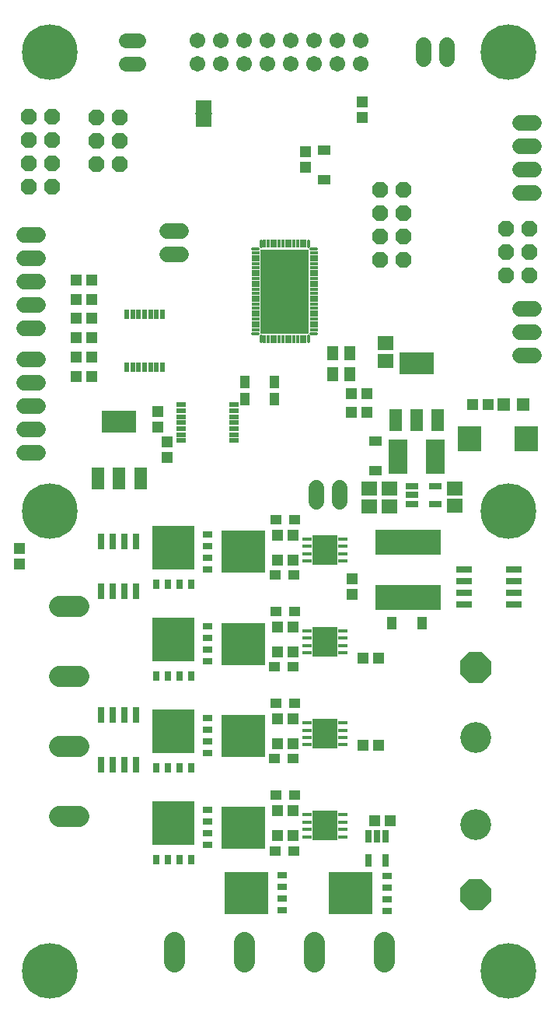
<source format=gbr>
G04 EAGLE Gerber RS-274X export*
G75*
%MOMM*%
%FSLAX34Y34*%
%LPD*%
%INSoldermask Top*%
%IPPOS*%
%AMOC8*
5,1,8,0,0,1.08239X$1,22.5*%
G01*
%ADD10C,0.355600*%
%ADD11R,0.355600X0.958000*%
%ADD12R,0.958000X0.355600*%
%ADD13R,5.207000X9.194800*%
%ADD14R,1.053200X0.703200*%
%ADD15R,4.753200X4.613200*%
%ADD16R,0.703200X1.053200*%
%ADD17R,4.613200X4.753200*%
%ADD18C,1.711200*%
%ADD19R,1.703200X1.503200*%
%ADD20C,1.727200*%
%ADD21R,1.016000X0.457200*%
%ADD22R,2.794000X3.200400*%
%ADD23R,1.203200X1.303200*%
%ADD24R,1.403200X0.753200*%
%ADD25R,1.423200X1.113200*%
%ADD26R,2.003200X3.803200*%
%ADD27P,3.629037X8X112.500000*%
%ADD28C,3.352800*%
%ADD29R,1.303200X1.503200*%
%ADD30R,1.403200X1.403200*%
%ADD31C,2.298700*%
%ADD32R,0.753200X1.403200*%
%ADD33R,1.113200X1.423200*%
%ADD34C,6.045200*%
%ADD35R,1.303200X1.203200*%
%ADD36R,7.203200X2.703200*%
%ADD37R,1.803400X1.371600*%
%ADD38R,1.828800X0.152400*%
%ADD39P,1.869504X8X112.500000*%
%ADD40P,3.629037X8X292.500000*%
%ADD41R,1.658100X0.745800*%
%ADD42P,1.869504X8X292.500000*%
%ADD43R,2.513200X2.723200*%
%ADD44R,0.762000X1.663700*%
%ADD45R,0.553200X1.103200*%
%ADD46R,1.103200X0.553200*%
%ADD47C,1.625600*%
%ADD48R,1.422400X2.438400*%
%ADD49R,3.803200X2.403200*%
%ADD50R,1.203200X1.003200*%


D10*
X332200Y-255763D02*
X332200Y-261787D01*
D11*
X328200Y-258775D03*
X324200Y-258775D03*
X320200Y-258775D03*
X316200Y-258775D03*
X312200Y-258775D03*
X308200Y-258775D03*
X304200Y-258775D03*
X300200Y-258775D03*
X296200Y-258775D03*
X292200Y-258775D03*
X288200Y-258775D03*
X284200Y-258775D03*
D10*
X280200Y-255763D02*
X280200Y-261787D01*
X277426Y-264500D02*
X271402Y-264500D01*
D12*
X274414Y-268500D03*
X274414Y-272500D03*
X274414Y-276500D03*
X274414Y-280500D03*
X274414Y-284500D03*
X274414Y-288500D03*
X274414Y-292500D03*
X274414Y-296500D03*
X274414Y-300500D03*
X274414Y-304500D03*
X274414Y-308500D03*
X274414Y-312500D03*
X274414Y-316500D03*
X274414Y-320500D03*
X274414Y-324500D03*
X274414Y-328500D03*
X274414Y-332500D03*
X274414Y-336500D03*
X274414Y-340500D03*
X274414Y-344500D03*
X274414Y-348500D03*
X274414Y-352500D03*
D10*
X277426Y-356500D02*
X271402Y-356500D01*
X280200Y-359213D02*
X280200Y-365237D01*
D11*
X284200Y-362225D03*
X288200Y-362225D03*
X292200Y-362225D03*
X296200Y-362225D03*
X300200Y-362225D03*
X304200Y-362225D03*
X308200Y-362225D03*
X312200Y-362225D03*
X316200Y-362225D03*
X320200Y-362225D03*
X324200Y-362225D03*
X328200Y-362225D03*
D10*
X332200Y-359213D02*
X332200Y-365237D01*
X334974Y-356500D02*
X340998Y-356500D01*
D12*
X337986Y-352500D03*
X337986Y-348500D03*
X337986Y-344500D03*
X337986Y-340500D03*
X337986Y-336500D03*
X337986Y-332500D03*
X337986Y-328500D03*
X337986Y-324500D03*
X337986Y-320500D03*
X337986Y-316500D03*
X337986Y-312500D03*
X337986Y-308500D03*
X337986Y-304500D03*
X337986Y-300500D03*
X337986Y-296500D03*
X337986Y-292500D03*
X337986Y-288500D03*
X337986Y-284500D03*
X337986Y-280500D03*
X337986Y-276500D03*
X337986Y-272500D03*
X337986Y-268500D03*
D10*
X340998Y-264500D02*
X334974Y-264500D01*
D13*
X306200Y-310500D03*
D14*
X222000Y-874950D03*
X222000Y-887650D03*
X222000Y-900350D03*
X222000Y-913050D03*
D15*
X261500Y-894000D03*
D16*
X165950Y-929000D03*
X178650Y-929000D03*
X191350Y-929000D03*
X204050Y-929000D03*
D17*
X185000Y-889500D03*
D16*
X165950Y-829000D03*
X178650Y-829000D03*
X191350Y-829000D03*
X204050Y-829000D03*
D17*
X185000Y-789500D03*
D14*
X222000Y-774950D03*
X222000Y-787650D03*
X222000Y-800350D03*
X222000Y-813050D03*
D15*
X261500Y-794000D03*
D14*
X222000Y-674950D03*
X222000Y-687650D03*
X222000Y-700350D03*
X222000Y-713050D03*
D15*
X261500Y-694000D03*
D14*
X222000Y-574950D03*
X222000Y-587650D03*
X222000Y-600350D03*
X222000Y-613050D03*
D15*
X261500Y-594000D03*
D16*
X165950Y-629000D03*
X178650Y-629000D03*
X191350Y-629000D03*
X204050Y-629000D03*
D17*
X185000Y-589500D03*
D16*
X165950Y-729000D03*
X178650Y-729000D03*
X191350Y-729000D03*
X204050Y-729000D03*
D17*
X185000Y-689500D03*
D14*
X303750Y-984300D03*
X303750Y-971600D03*
X303750Y-958900D03*
X303750Y-946200D03*
D15*
X264250Y-965250D03*
D18*
X211100Y-62700D03*
X211100Y-37300D03*
X236500Y-62700D03*
X236500Y-37300D03*
X261900Y-62700D03*
X261900Y-37300D03*
X287300Y-62700D03*
X287300Y-37300D03*
X312700Y-62700D03*
X312700Y-37300D03*
X338100Y-62700D03*
X338100Y-37300D03*
X363500Y-62700D03*
X363500Y-37300D03*
X388900Y-62700D03*
X388900Y-37300D03*
D14*
X417750Y-984800D03*
X417750Y-972100D03*
X417750Y-959400D03*
X417750Y-946700D03*
D15*
X378250Y-965750D03*
D19*
X416000Y-386000D03*
X416000Y-367000D03*
D20*
X365700Y-524380D02*
X365700Y-539620D01*
X340300Y-539620D02*
X340300Y-524380D01*
D21*
X369431Y-604000D03*
X369431Y-596000D03*
X369431Y-588000D03*
X369431Y-580000D03*
X330569Y-580000D03*
X330569Y-588000D03*
X330569Y-596000D03*
X330569Y-604000D03*
D22*
X350000Y-592000D03*
D23*
X379750Y-640000D03*
X379750Y-623000D03*
D24*
X444500Y-522750D03*
X444500Y-532250D03*
X444500Y-541750D03*
X470500Y-541750D03*
X470500Y-522750D03*
D25*
X405000Y-505875D03*
X405000Y-473125D03*
D19*
X420000Y-544500D03*
X420000Y-525500D03*
X398250Y-525500D03*
X398250Y-544500D03*
D26*
X470000Y-490500D03*
X430000Y-490500D03*
D23*
X79000Y-340000D03*
X96000Y-340000D03*
X79000Y-319000D03*
X96000Y-319000D03*
D27*
X514250Y-720150D03*
D28*
X514250Y-796350D03*
D20*
X37620Y-384200D02*
X22380Y-384200D01*
X22380Y-409600D02*
X37620Y-409600D01*
X37620Y-435000D02*
X22380Y-435000D01*
X22380Y-460400D02*
X37620Y-460400D01*
X37620Y-485800D02*
X22380Y-485800D01*
X562380Y-126900D02*
X577620Y-126900D01*
X577620Y-152300D02*
X562380Y-152300D01*
X562380Y-177700D02*
X577620Y-177700D01*
X577620Y-203100D02*
X562380Y-203100D01*
X37620Y-249200D02*
X22380Y-249200D01*
X22380Y-274600D02*
X37620Y-274600D01*
X37620Y-300000D02*
X22380Y-300000D01*
X22380Y-325400D02*
X37620Y-325400D01*
X37620Y-350800D02*
X22380Y-350800D01*
D23*
X395750Y-442500D03*
X378750Y-442500D03*
D29*
X377500Y-400750D03*
X377500Y-377750D03*
X358500Y-377750D03*
X358500Y-400750D03*
D30*
X565500Y-433500D03*
X544500Y-433500D03*
D23*
X527500Y-433500D03*
X510500Y-433500D03*
X79000Y-403000D03*
X96000Y-403000D03*
X79000Y-382000D03*
X96000Y-382000D03*
X79000Y-361000D03*
X96000Y-361000D03*
D31*
X81278Y-653200D02*
X60323Y-653200D01*
X60323Y-729400D02*
X81278Y-729400D01*
X81278Y-805600D02*
X60323Y-805600D01*
X60323Y-881800D02*
X81278Y-881800D01*
X185700Y-1018723D02*
X185700Y-1039678D01*
X261900Y-1039678D02*
X261900Y-1018723D01*
X338100Y-1018723D02*
X338100Y-1039678D01*
X414300Y-1039678D02*
X414300Y-1018723D01*
D32*
X416250Y-903500D03*
X406750Y-903500D03*
X397250Y-903500D03*
X397250Y-929500D03*
X416250Y-929500D03*
D23*
X395750Y-421500D03*
X378750Y-421500D03*
D33*
X295375Y-409000D03*
X262625Y-409000D03*
D19*
X491750Y-543750D03*
X491750Y-524750D03*
D34*
X50000Y-550000D03*
X50000Y-50000D03*
X550000Y-550000D03*
X550000Y-50000D03*
D23*
X79000Y-298000D03*
X96000Y-298000D03*
D25*
X349000Y-156625D03*
X349000Y-189375D03*
D35*
X329000Y-175500D03*
X329000Y-158500D03*
D36*
X440750Y-643750D03*
X440750Y-583750D03*
D37*
X217500Y-109630D03*
X217500Y-124870D03*
D38*
X217500Y-117250D03*
D39*
X572700Y-293150D03*
X547300Y-293150D03*
X572700Y-267750D03*
X547300Y-267750D03*
X572700Y-242350D03*
X547300Y-242350D03*
X435450Y-275850D03*
X410050Y-275850D03*
X435450Y-250450D03*
X410050Y-250450D03*
X435450Y-225050D03*
X410050Y-225050D03*
X435450Y-199650D03*
X410050Y-199650D03*
D23*
X298250Y-575750D03*
X315250Y-575750D03*
X298250Y-602750D03*
X315250Y-602750D03*
D21*
X369431Y-704000D03*
X369431Y-696000D03*
X369431Y-688000D03*
X369431Y-680000D03*
X330569Y-680000D03*
X330569Y-688000D03*
X330569Y-696000D03*
X330569Y-704000D03*
D22*
X350000Y-692000D03*
D35*
X408500Y-709750D03*
X391500Y-709750D03*
D23*
X298250Y-675750D03*
X315250Y-675750D03*
X298250Y-702750D03*
X315250Y-702750D03*
D21*
X369431Y-804000D03*
X369431Y-796000D03*
X369431Y-788000D03*
X369431Y-780000D03*
X330569Y-780000D03*
X330569Y-788000D03*
X330569Y-796000D03*
X330569Y-804000D03*
D22*
X350000Y-792000D03*
D35*
X408500Y-804500D03*
X391500Y-804500D03*
D23*
X298250Y-775750D03*
X315250Y-775750D03*
X298250Y-802750D03*
X315250Y-802750D03*
D21*
X369431Y-904000D03*
X369431Y-896000D03*
X369431Y-888000D03*
X369431Y-880000D03*
X330569Y-880000D03*
X330569Y-888000D03*
X330569Y-896000D03*
X330569Y-904000D03*
D22*
X350000Y-892000D03*
D35*
X421000Y-886500D03*
X404000Y-886500D03*
D23*
X298250Y-875750D03*
X315250Y-875750D03*
X298250Y-902750D03*
X315250Y-902750D03*
D34*
X50000Y-1050000D03*
X550000Y-1050000D03*
D40*
X514250Y-967100D03*
D28*
X514250Y-890900D03*
D20*
X193370Y-270450D02*
X178130Y-270450D01*
X178130Y-245050D02*
X193370Y-245050D01*
X562380Y-329600D02*
X577620Y-329600D01*
X577620Y-355000D02*
X562380Y-355000D01*
X562380Y-380400D02*
X577620Y-380400D01*
D41*
X555713Y-651050D03*
X555713Y-638350D03*
X555713Y-625650D03*
X555713Y-612950D03*
X501287Y-612950D03*
X501287Y-625650D03*
X501287Y-638350D03*
X501287Y-651050D03*
D35*
X390500Y-121500D03*
X390500Y-104500D03*
D33*
X455875Y-671750D03*
X423125Y-671750D03*
D20*
X482700Y-57620D02*
X482700Y-42380D01*
X457300Y-42380D02*
X457300Y-57620D01*
D39*
X52700Y-196850D03*
X27300Y-196850D03*
X52700Y-171450D03*
X27300Y-171450D03*
X52700Y-146050D03*
X27300Y-146050D03*
X52700Y-120650D03*
X27300Y-120650D03*
D42*
X101300Y-120850D03*
X126700Y-120850D03*
X101300Y-146250D03*
X126700Y-146250D03*
X101300Y-171650D03*
X126700Y-171650D03*
D43*
X507250Y-471250D03*
X569250Y-471250D03*
D44*
X144050Y-582259D03*
X131350Y-582259D03*
X118650Y-582259D03*
X105950Y-582259D03*
X105950Y-636742D03*
X118650Y-636742D03*
X131350Y-636742D03*
X144050Y-636742D03*
X144550Y-771259D03*
X131850Y-771259D03*
X119150Y-771259D03*
X106450Y-771259D03*
X106450Y-825742D03*
X119150Y-825742D03*
X131850Y-825742D03*
X144550Y-825742D03*
D35*
X168000Y-458000D03*
X168000Y-441000D03*
D45*
X173000Y-335250D03*
X166500Y-335250D03*
X160000Y-335250D03*
X153500Y-335250D03*
X147000Y-335250D03*
X140500Y-335250D03*
X134000Y-335250D03*
X134000Y-392750D03*
X140500Y-392750D03*
X147000Y-392750D03*
X153500Y-392750D03*
X160000Y-392750D03*
X166500Y-392750D03*
X173000Y-392750D03*
D46*
X193750Y-434000D03*
X193750Y-440500D03*
X193750Y-447000D03*
X193750Y-453500D03*
X193750Y-460000D03*
X193750Y-466500D03*
X193750Y-473000D03*
X251250Y-473000D03*
X251250Y-466500D03*
X251250Y-460000D03*
X251250Y-453500D03*
X251250Y-447000D03*
X251250Y-440500D03*
X251250Y-434000D03*
D33*
X295375Y-427500D03*
X262625Y-427500D03*
D23*
X178500Y-474000D03*
X178500Y-491000D03*
D35*
X17000Y-590000D03*
X17000Y-607000D03*
D47*
X132888Y-62700D02*
X147112Y-62700D01*
X147112Y-37300D02*
X132888Y-37300D01*
D48*
X426886Y-450988D03*
X450000Y-450988D03*
X473114Y-450988D03*
D49*
X450000Y-389010D03*
D48*
X102886Y-514488D03*
X126000Y-514488D03*
X149114Y-514488D03*
D49*
X126000Y-452510D03*
D50*
X297000Y-559000D03*
X317000Y-559000D03*
X297000Y-659000D03*
X317000Y-659000D03*
X297000Y-759000D03*
X317000Y-759000D03*
X297000Y-859000D03*
X317000Y-859000D03*
X295000Y-719000D03*
X315000Y-719000D03*
X296000Y-619000D03*
X316000Y-619000D03*
X295000Y-819000D03*
X315000Y-819000D03*
X296000Y-920000D03*
X316000Y-920000D03*
M02*

</source>
